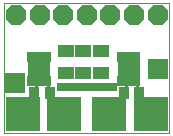
<source format=gts>
G75*
%MOIN*%
%OFA0B0*%
%FSLAX25Y25*%
%IPPOS*%
%LPD*%
%AMOC8*
5,1,8,0,0,1.08239X$1,22.5*
%
%ADD10C,0.00000*%
%ADD11C,0.01000*%
%ADD12R,0.20079X0.03150*%
%ADD13R,0.01900X0.03600*%
%ADD14R,0.07500X0.04700*%
%ADD15R,0.11430X0.11430*%
%ADD16C,0.01981*%
%ADD17R,0.03556X0.04343*%
%ADD18R,0.06706X0.06706*%
%ADD19R,0.05524X0.03950*%
%ADD20OC8,0.06706*%
D10*
X0056586Y0044415D02*
X0056586Y0087722D01*
X0111704Y0087722D01*
X0111704Y0044415D01*
X0056586Y0044415D01*
X0058593Y0047013D02*
X0058595Y0047061D01*
X0058601Y0047109D01*
X0058611Y0047156D01*
X0058624Y0047202D01*
X0058642Y0047247D01*
X0058662Y0047291D01*
X0058687Y0047333D01*
X0058715Y0047372D01*
X0058745Y0047409D01*
X0058779Y0047443D01*
X0058816Y0047475D01*
X0058854Y0047504D01*
X0058895Y0047529D01*
X0058938Y0047551D01*
X0058983Y0047569D01*
X0059029Y0047583D01*
X0059076Y0047594D01*
X0059124Y0047601D01*
X0059172Y0047604D01*
X0059220Y0047603D01*
X0059268Y0047598D01*
X0059316Y0047589D01*
X0059362Y0047577D01*
X0059407Y0047560D01*
X0059451Y0047540D01*
X0059493Y0047517D01*
X0059533Y0047490D01*
X0059571Y0047460D01*
X0059606Y0047427D01*
X0059638Y0047391D01*
X0059668Y0047353D01*
X0059694Y0047312D01*
X0059716Y0047269D01*
X0059736Y0047225D01*
X0059751Y0047180D01*
X0059763Y0047133D01*
X0059771Y0047085D01*
X0059775Y0047037D01*
X0059775Y0046989D01*
X0059771Y0046941D01*
X0059763Y0046893D01*
X0059751Y0046846D01*
X0059736Y0046801D01*
X0059716Y0046757D01*
X0059694Y0046714D01*
X0059668Y0046673D01*
X0059638Y0046635D01*
X0059606Y0046599D01*
X0059571Y0046566D01*
X0059533Y0046536D01*
X0059493Y0046509D01*
X0059451Y0046486D01*
X0059407Y0046466D01*
X0059362Y0046449D01*
X0059316Y0046437D01*
X0059268Y0046428D01*
X0059220Y0046423D01*
X0059172Y0046422D01*
X0059124Y0046425D01*
X0059076Y0046432D01*
X0059029Y0046443D01*
X0058983Y0046457D01*
X0058938Y0046475D01*
X0058895Y0046497D01*
X0058854Y0046522D01*
X0058816Y0046551D01*
X0058779Y0046583D01*
X0058745Y0046617D01*
X0058715Y0046654D01*
X0058687Y0046693D01*
X0058662Y0046735D01*
X0058642Y0046779D01*
X0058624Y0046824D01*
X0058611Y0046870D01*
X0058601Y0046917D01*
X0058595Y0046965D01*
X0058593Y0047013D01*
X0058593Y0054415D02*
X0058595Y0054463D01*
X0058601Y0054511D01*
X0058611Y0054558D01*
X0058624Y0054604D01*
X0058642Y0054649D01*
X0058662Y0054693D01*
X0058687Y0054735D01*
X0058715Y0054774D01*
X0058745Y0054811D01*
X0058779Y0054845D01*
X0058816Y0054877D01*
X0058854Y0054906D01*
X0058895Y0054931D01*
X0058938Y0054953D01*
X0058983Y0054971D01*
X0059029Y0054985D01*
X0059076Y0054996D01*
X0059124Y0055003D01*
X0059172Y0055006D01*
X0059220Y0055005D01*
X0059268Y0055000D01*
X0059316Y0054991D01*
X0059362Y0054979D01*
X0059407Y0054962D01*
X0059451Y0054942D01*
X0059493Y0054919D01*
X0059533Y0054892D01*
X0059571Y0054862D01*
X0059606Y0054829D01*
X0059638Y0054793D01*
X0059668Y0054755D01*
X0059694Y0054714D01*
X0059716Y0054671D01*
X0059736Y0054627D01*
X0059751Y0054582D01*
X0059763Y0054535D01*
X0059771Y0054487D01*
X0059775Y0054439D01*
X0059775Y0054391D01*
X0059771Y0054343D01*
X0059763Y0054295D01*
X0059751Y0054248D01*
X0059736Y0054203D01*
X0059716Y0054159D01*
X0059694Y0054116D01*
X0059668Y0054075D01*
X0059638Y0054037D01*
X0059606Y0054001D01*
X0059571Y0053968D01*
X0059533Y0053938D01*
X0059493Y0053911D01*
X0059451Y0053888D01*
X0059407Y0053868D01*
X0059362Y0053851D01*
X0059316Y0053839D01*
X0059268Y0053830D01*
X0059220Y0053825D01*
X0059172Y0053824D01*
X0059124Y0053827D01*
X0059076Y0053834D01*
X0059029Y0053845D01*
X0058983Y0053859D01*
X0058938Y0053877D01*
X0058895Y0053899D01*
X0058854Y0053924D01*
X0058816Y0053953D01*
X0058779Y0053985D01*
X0058745Y0054019D01*
X0058715Y0054056D01*
X0058687Y0054095D01*
X0058662Y0054137D01*
X0058642Y0054181D01*
X0058624Y0054226D01*
X0058611Y0054272D01*
X0058601Y0054319D01*
X0058595Y0054367D01*
X0058593Y0054415D01*
X0065995Y0054415D02*
X0065997Y0054463D01*
X0066003Y0054511D01*
X0066013Y0054558D01*
X0066026Y0054604D01*
X0066044Y0054649D01*
X0066064Y0054693D01*
X0066089Y0054735D01*
X0066117Y0054774D01*
X0066147Y0054811D01*
X0066181Y0054845D01*
X0066218Y0054877D01*
X0066256Y0054906D01*
X0066297Y0054931D01*
X0066340Y0054953D01*
X0066385Y0054971D01*
X0066431Y0054985D01*
X0066478Y0054996D01*
X0066526Y0055003D01*
X0066574Y0055006D01*
X0066622Y0055005D01*
X0066670Y0055000D01*
X0066718Y0054991D01*
X0066764Y0054979D01*
X0066809Y0054962D01*
X0066853Y0054942D01*
X0066895Y0054919D01*
X0066935Y0054892D01*
X0066973Y0054862D01*
X0067008Y0054829D01*
X0067040Y0054793D01*
X0067070Y0054755D01*
X0067096Y0054714D01*
X0067118Y0054671D01*
X0067138Y0054627D01*
X0067153Y0054582D01*
X0067165Y0054535D01*
X0067173Y0054487D01*
X0067177Y0054439D01*
X0067177Y0054391D01*
X0067173Y0054343D01*
X0067165Y0054295D01*
X0067153Y0054248D01*
X0067138Y0054203D01*
X0067118Y0054159D01*
X0067096Y0054116D01*
X0067070Y0054075D01*
X0067040Y0054037D01*
X0067008Y0054001D01*
X0066973Y0053968D01*
X0066935Y0053938D01*
X0066895Y0053911D01*
X0066853Y0053888D01*
X0066809Y0053868D01*
X0066764Y0053851D01*
X0066718Y0053839D01*
X0066670Y0053830D01*
X0066622Y0053825D01*
X0066574Y0053824D01*
X0066526Y0053827D01*
X0066478Y0053834D01*
X0066431Y0053845D01*
X0066385Y0053859D01*
X0066340Y0053877D01*
X0066297Y0053899D01*
X0066256Y0053924D01*
X0066218Y0053953D01*
X0066181Y0053985D01*
X0066147Y0054019D01*
X0066117Y0054056D01*
X0066089Y0054095D01*
X0066064Y0054137D01*
X0066044Y0054181D01*
X0066026Y0054226D01*
X0066013Y0054272D01*
X0066003Y0054319D01*
X0065997Y0054367D01*
X0065995Y0054415D01*
X0072373Y0054415D02*
X0072375Y0054463D01*
X0072381Y0054511D01*
X0072391Y0054558D01*
X0072404Y0054604D01*
X0072422Y0054649D01*
X0072442Y0054693D01*
X0072467Y0054735D01*
X0072495Y0054774D01*
X0072525Y0054811D01*
X0072559Y0054845D01*
X0072596Y0054877D01*
X0072634Y0054906D01*
X0072675Y0054931D01*
X0072718Y0054953D01*
X0072763Y0054971D01*
X0072809Y0054985D01*
X0072856Y0054996D01*
X0072904Y0055003D01*
X0072952Y0055006D01*
X0073000Y0055005D01*
X0073048Y0055000D01*
X0073096Y0054991D01*
X0073142Y0054979D01*
X0073187Y0054962D01*
X0073231Y0054942D01*
X0073273Y0054919D01*
X0073313Y0054892D01*
X0073351Y0054862D01*
X0073386Y0054829D01*
X0073418Y0054793D01*
X0073448Y0054755D01*
X0073474Y0054714D01*
X0073496Y0054671D01*
X0073516Y0054627D01*
X0073531Y0054582D01*
X0073543Y0054535D01*
X0073551Y0054487D01*
X0073555Y0054439D01*
X0073555Y0054391D01*
X0073551Y0054343D01*
X0073543Y0054295D01*
X0073531Y0054248D01*
X0073516Y0054203D01*
X0073496Y0054159D01*
X0073474Y0054116D01*
X0073448Y0054075D01*
X0073418Y0054037D01*
X0073386Y0054001D01*
X0073351Y0053968D01*
X0073313Y0053938D01*
X0073273Y0053911D01*
X0073231Y0053888D01*
X0073187Y0053868D01*
X0073142Y0053851D01*
X0073096Y0053839D01*
X0073048Y0053830D01*
X0073000Y0053825D01*
X0072952Y0053824D01*
X0072904Y0053827D01*
X0072856Y0053834D01*
X0072809Y0053845D01*
X0072763Y0053859D01*
X0072718Y0053877D01*
X0072675Y0053899D01*
X0072634Y0053924D01*
X0072596Y0053953D01*
X0072559Y0053985D01*
X0072525Y0054019D01*
X0072495Y0054056D01*
X0072467Y0054095D01*
X0072442Y0054137D01*
X0072422Y0054181D01*
X0072404Y0054226D01*
X0072391Y0054272D01*
X0072381Y0054319D01*
X0072375Y0054367D01*
X0072373Y0054415D01*
X0072373Y0047013D02*
X0072375Y0047061D01*
X0072381Y0047109D01*
X0072391Y0047156D01*
X0072404Y0047202D01*
X0072422Y0047247D01*
X0072442Y0047291D01*
X0072467Y0047333D01*
X0072495Y0047372D01*
X0072525Y0047409D01*
X0072559Y0047443D01*
X0072596Y0047475D01*
X0072634Y0047504D01*
X0072675Y0047529D01*
X0072718Y0047551D01*
X0072763Y0047569D01*
X0072809Y0047583D01*
X0072856Y0047594D01*
X0072904Y0047601D01*
X0072952Y0047604D01*
X0073000Y0047603D01*
X0073048Y0047598D01*
X0073096Y0047589D01*
X0073142Y0047577D01*
X0073187Y0047560D01*
X0073231Y0047540D01*
X0073273Y0047517D01*
X0073313Y0047490D01*
X0073351Y0047460D01*
X0073386Y0047427D01*
X0073418Y0047391D01*
X0073448Y0047353D01*
X0073474Y0047312D01*
X0073496Y0047269D01*
X0073516Y0047225D01*
X0073531Y0047180D01*
X0073543Y0047133D01*
X0073551Y0047085D01*
X0073555Y0047037D01*
X0073555Y0046989D01*
X0073551Y0046941D01*
X0073543Y0046893D01*
X0073531Y0046846D01*
X0073516Y0046801D01*
X0073496Y0046757D01*
X0073474Y0046714D01*
X0073448Y0046673D01*
X0073418Y0046635D01*
X0073386Y0046599D01*
X0073351Y0046566D01*
X0073313Y0046536D01*
X0073273Y0046509D01*
X0073231Y0046486D01*
X0073187Y0046466D01*
X0073142Y0046449D01*
X0073096Y0046437D01*
X0073048Y0046428D01*
X0073000Y0046423D01*
X0072952Y0046422D01*
X0072904Y0046425D01*
X0072856Y0046432D01*
X0072809Y0046443D01*
X0072763Y0046457D01*
X0072718Y0046475D01*
X0072675Y0046497D01*
X0072634Y0046522D01*
X0072596Y0046551D01*
X0072559Y0046583D01*
X0072525Y0046617D01*
X0072495Y0046654D01*
X0072467Y0046693D01*
X0072442Y0046735D01*
X0072422Y0046779D01*
X0072404Y0046824D01*
X0072391Y0046870D01*
X0072381Y0046917D01*
X0072375Y0046965D01*
X0072373Y0047013D01*
X0065995Y0047013D02*
X0065997Y0047061D01*
X0066003Y0047109D01*
X0066013Y0047156D01*
X0066026Y0047202D01*
X0066044Y0047247D01*
X0066064Y0047291D01*
X0066089Y0047333D01*
X0066117Y0047372D01*
X0066147Y0047409D01*
X0066181Y0047443D01*
X0066218Y0047475D01*
X0066256Y0047504D01*
X0066297Y0047529D01*
X0066340Y0047551D01*
X0066385Y0047569D01*
X0066431Y0047583D01*
X0066478Y0047594D01*
X0066526Y0047601D01*
X0066574Y0047604D01*
X0066622Y0047603D01*
X0066670Y0047598D01*
X0066718Y0047589D01*
X0066764Y0047577D01*
X0066809Y0047560D01*
X0066853Y0047540D01*
X0066895Y0047517D01*
X0066935Y0047490D01*
X0066973Y0047460D01*
X0067008Y0047427D01*
X0067040Y0047391D01*
X0067070Y0047353D01*
X0067096Y0047312D01*
X0067118Y0047269D01*
X0067138Y0047225D01*
X0067153Y0047180D01*
X0067165Y0047133D01*
X0067173Y0047085D01*
X0067177Y0047037D01*
X0067177Y0046989D01*
X0067173Y0046941D01*
X0067165Y0046893D01*
X0067153Y0046846D01*
X0067138Y0046801D01*
X0067118Y0046757D01*
X0067096Y0046714D01*
X0067070Y0046673D01*
X0067040Y0046635D01*
X0067008Y0046599D01*
X0066973Y0046566D01*
X0066935Y0046536D01*
X0066895Y0046509D01*
X0066853Y0046486D01*
X0066809Y0046466D01*
X0066764Y0046449D01*
X0066718Y0046437D01*
X0066670Y0046428D01*
X0066622Y0046423D01*
X0066574Y0046422D01*
X0066526Y0046425D01*
X0066478Y0046432D01*
X0066431Y0046443D01*
X0066385Y0046457D01*
X0066340Y0046475D01*
X0066297Y0046497D01*
X0066256Y0046522D01*
X0066218Y0046551D01*
X0066181Y0046583D01*
X0066147Y0046617D01*
X0066117Y0046654D01*
X0066089Y0046693D01*
X0066064Y0046735D01*
X0066044Y0046779D01*
X0066026Y0046824D01*
X0066013Y0046870D01*
X0066003Y0046917D01*
X0065997Y0046965D01*
X0065995Y0047013D01*
X0079774Y0047013D02*
X0079776Y0047061D01*
X0079782Y0047109D01*
X0079792Y0047156D01*
X0079805Y0047202D01*
X0079823Y0047247D01*
X0079843Y0047291D01*
X0079868Y0047333D01*
X0079896Y0047372D01*
X0079926Y0047409D01*
X0079960Y0047443D01*
X0079997Y0047475D01*
X0080035Y0047504D01*
X0080076Y0047529D01*
X0080119Y0047551D01*
X0080164Y0047569D01*
X0080210Y0047583D01*
X0080257Y0047594D01*
X0080305Y0047601D01*
X0080353Y0047604D01*
X0080401Y0047603D01*
X0080449Y0047598D01*
X0080497Y0047589D01*
X0080543Y0047577D01*
X0080588Y0047560D01*
X0080632Y0047540D01*
X0080674Y0047517D01*
X0080714Y0047490D01*
X0080752Y0047460D01*
X0080787Y0047427D01*
X0080819Y0047391D01*
X0080849Y0047353D01*
X0080875Y0047312D01*
X0080897Y0047269D01*
X0080917Y0047225D01*
X0080932Y0047180D01*
X0080944Y0047133D01*
X0080952Y0047085D01*
X0080956Y0047037D01*
X0080956Y0046989D01*
X0080952Y0046941D01*
X0080944Y0046893D01*
X0080932Y0046846D01*
X0080917Y0046801D01*
X0080897Y0046757D01*
X0080875Y0046714D01*
X0080849Y0046673D01*
X0080819Y0046635D01*
X0080787Y0046599D01*
X0080752Y0046566D01*
X0080714Y0046536D01*
X0080674Y0046509D01*
X0080632Y0046486D01*
X0080588Y0046466D01*
X0080543Y0046449D01*
X0080497Y0046437D01*
X0080449Y0046428D01*
X0080401Y0046423D01*
X0080353Y0046422D01*
X0080305Y0046425D01*
X0080257Y0046432D01*
X0080210Y0046443D01*
X0080164Y0046457D01*
X0080119Y0046475D01*
X0080076Y0046497D01*
X0080035Y0046522D01*
X0079997Y0046551D01*
X0079960Y0046583D01*
X0079926Y0046617D01*
X0079896Y0046654D01*
X0079868Y0046693D01*
X0079843Y0046735D01*
X0079823Y0046779D01*
X0079805Y0046824D01*
X0079792Y0046870D01*
X0079782Y0046917D01*
X0079776Y0046965D01*
X0079774Y0047013D01*
X0079774Y0054415D02*
X0079776Y0054463D01*
X0079782Y0054511D01*
X0079792Y0054558D01*
X0079805Y0054604D01*
X0079823Y0054649D01*
X0079843Y0054693D01*
X0079868Y0054735D01*
X0079896Y0054774D01*
X0079926Y0054811D01*
X0079960Y0054845D01*
X0079997Y0054877D01*
X0080035Y0054906D01*
X0080076Y0054931D01*
X0080119Y0054953D01*
X0080164Y0054971D01*
X0080210Y0054985D01*
X0080257Y0054996D01*
X0080305Y0055003D01*
X0080353Y0055006D01*
X0080401Y0055005D01*
X0080449Y0055000D01*
X0080497Y0054991D01*
X0080543Y0054979D01*
X0080588Y0054962D01*
X0080632Y0054942D01*
X0080674Y0054919D01*
X0080714Y0054892D01*
X0080752Y0054862D01*
X0080787Y0054829D01*
X0080819Y0054793D01*
X0080849Y0054755D01*
X0080875Y0054714D01*
X0080897Y0054671D01*
X0080917Y0054627D01*
X0080932Y0054582D01*
X0080944Y0054535D01*
X0080952Y0054487D01*
X0080956Y0054439D01*
X0080956Y0054391D01*
X0080952Y0054343D01*
X0080944Y0054295D01*
X0080932Y0054248D01*
X0080917Y0054203D01*
X0080897Y0054159D01*
X0080875Y0054116D01*
X0080849Y0054075D01*
X0080819Y0054037D01*
X0080787Y0054001D01*
X0080752Y0053968D01*
X0080714Y0053938D01*
X0080674Y0053911D01*
X0080632Y0053888D01*
X0080588Y0053868D01*
X0080543Y0053851D01*
X0080497Y0053839D01*
X0080449Y0053830D01*
X0080401Y0053825D01*
X0080353Y0053824D01*
X0080305Y0053827D01*
X0080257Y0053834D01*
X0080210Y0053845D01*
X0080164Y0053859D01*
X0080119Y0053877D01*
X0080076Y0053899D01*
X0080035Y0053924D01*
X0079997Y0053953D01*
X0079960Y0053985D01*
X0079926Y0054019D01*
X0079896Y0054056D01*
X0079868Y0054095D01*
X0079843Y0054137D01*
X0079823Y0054181D01*
X0079805Y0054226D01*
X0079792Y0054272D01*
X0079782Y0054319D01*
X0079776Y0054367D01*
X0079774Y0054415D01*
X0087333Y0054415D02*
X0087335Y0054463D01*
X0087341Y0054511D01*
X0087351Y0054558D01*
X0087364Y0054604D01*
X0087382Y0054649D01*
X0087402Y0054693D01*
X0087427Y0054735D01*
X0087455Y0054774D01*
X0087485Y0054811D01*
X0087519Y0054845D01*
X0087556Y0054877D01*
X0087594Y0054906D01*
X0087635Y0054931D01*
X0087678Y0054953D01*
X0087723Y0054971D01*
X0087769Y0054985D01*
X0087816Y0054996D01*
X0087864Y0055003D01*
X0087912Y0055006D01*
X0087960Y0055005D01*
X0088008Y0055000D01*
X0088056Y0054991D01*
X0088102Y0054979D01*
X0088147Y0054962D01*
X0088191Y0054942D01*
X0088233Y0054919D01*
X0088273Y0054892D01*
X0088311Y0054862D01*
X0088346Y0054829D01*
X0088378Y0054793D01*
X0088408Y0054755D01*
X0088434Y0054714D01*
X0088456Y0054671D01*
X0088476Y0054627D01*
X0088491Y0054582D01*
X0088503Y0054535D01*
X0088511Y0054487D01*
X0088515Y0054439D01*
X0088515Y0054391D01*
X0088511Y0054343D01*
X0088503Y0054295D01*
X0088491Y0054248D01*
X0088476Y0054203D01*
X0088456Y0054159D01*
X0088434Y0054116D01*
X0088408Y0054075D01*
X0088378Y0054037D01*
X0088346Y0054001D01*
X0088311Y0053968D01*
X0088273Y0053938D01*
X0088233Y0053911D01*
X0088191Y0053888D01*
X0088147Y0053868D01*
X0088102Y0053851D01*
X0088056Y0053839D01*
X0088008Y0053830D01*
X0087960Y0053825D01*
X0087912Y0053824D01*
X0087864Y0053827D01*
X0087816Y0053834D01*
X0087769Y0053845D01*
X0087723Y0053859D01*
X0087678Y0053877D01*
X0087635Y0053899D01*
X0087594Y0053924D01*
X0087556Y0053953D01*
X0087519Y0053985D01*
X0087485Y0054019D01*
X0087455Y0054056D01*
X0087427Y0054095D01*
X0087402Y0054137D01*
X0087382Y0054181D01*
X0087364Y0054226D01*
X0087351Y0054272D01*
X0087341Y0054319D01*
X0087335Y0054367D01*
X0087333Y0054415D01*
X0087333Y0047013D02*
X0087335Y0047061D01*
X0087341Y0047109D01*
X0087351Y0047156D01*
X0087364Y0047202D01*
X0087382Y0047247D01*
X0087402Y0047291D01*
X0087427Y0047333D01*
X0087455Y0047372D01*
X0087485Y0047409D01*
X0087519Y0047443D01*
X0087556Y0047475D01*
X0087594Y0047504D01*
X0087635Y0047529D01*
X0087678Y0047551D01*
X0087723Y0047569D01*
X0087769Y0047583D01*
X0087816Y0047594D01*
X0087864Y0047601D01*
X0087912Y0047604D01*
X0087960Y0047603D01*
X0088008Y0047598D01*
X0088056Y0047589D01*
X0088102Y0047577D01*
X0088147Y0047560D01*
X0088191Y0047540D01*
X0088233Y0047517D01*
X0088273Y0047490D01*
X0088311Y0047460D01*
X0088346Y0047427D01*
X0088378Y0047391D01*
X0088408Y0047353D01*
X0088434Y0047312D01*
X0088456Y0047269D01*
X0088476Y0047225D01*
X0088491Y0047180D01*
X0088503Y0047133D01*
X0088511Y0047085D01*
X0088515Y0047037D01*
X0088515Y0046989D01*
X0088511Y0046941D01*
X0088503Y0046893D01*
X0088491Y0046846D01*
X0088476Y0046801D01*
X0088456Y0046757D01*
X0088434Y0046714D01*
X0088408Y0046673D01*
X0088378Y0046635D01*
X0088346Y0046599D01*
X0088311Y0046566D01*
X0088273Y0046536D01*
X0088233Y0046509D01*
X0088191Y0046486D01*
X0088147Y0046466D01*
X0088102Y0046449D01*
X0088056Y0046437D01*
X0088008Y0046428D01*
X0087960Y0046423D01*
X0087912Y0046422D01*
X0087864Y0046425D01*
X0087816Y0046432D01*
X0087769Y0046443D01*
X0087723Y0046457D01*
X0087678Y0046475D01*
X0087635Y0046497D01*
X0087594Y0046522D01*
X0087556Y0046551D01*
X0087519Y0046583D01*
X0087485Y0046617D01*
X0087455Y0046654D01*
X0087427Y0046693D01*
X0087402Y0046735D01*
X0087382Y0046779D01*
X0087364Y0046824D01*
X0087351Y0046870D01*
X0087341Y0046917D01*
X0087335Y0046965D01*
X0087333Y0047013D01*
X0094735Y0047013D02*
X0094737Y0047061D01*
X0094743Y0047109D01*
X0094753Y0047156D01*
X0094766Y0047202D01*
X0094784Y0047247D01*
X0094804Y0047291D01*
X0094829Y0047333D01*
X0094857Y0047372D01*
X0094887Y0047409D01*
X0094921Y0047443D01*
X0094958Y0047475D01*
X0094996Y0047504D01*
X0095037Y0047529D01*
X0095080Y0047551D01*
X0095125Y0047569D01*
X0095171Y0047583D01*
X0095218Y0047594D01*
X0095266Y0047601D01*
X0095314Y0047604D01*
X0095362Y0047603D01*
X0095410Y0047598D01*
X0095458Y0047589D01*
X0095504Y0047577D01*
X0095549Y0047560D01*
X0095593Y0047540D01*
X0095635Y0047517D01*
X0095675Y0047490D01*
X0095713Y0047460D01*
X0095748Y0047427D01*
X0095780Y0047391D01*
X0095810Y0047353D01*
X0095836Y0047312D01*
X0095858Y0047269D01*
X0095878Y0047225D01*
X0095893Y0047180D01*
X0095905Y0047133D01*
X0095913Y0047085D01*
X0095917Y0047037D01*
X0095917Y0046989D01*
X0095913Y0046941D01*
X0095905Y0046893D01*
X0095893Y0046846D01*
X0095878Y0046801D01*
X0095858Y0046757D01*
X0095836Y0046714D01*
X0095810Y0046673D01*
X0095780Y0046635D01*
X0095748Y0046599D01*
X0095713Y0046566D01*
X0095675Y0046536D01*
X0095635Y0046509D01*
X0095593Y0046486D01*
X0095549Y0046466D01*
X0095504Y0046449D01*
X0095458Y0046437D01*
X0095410Y0046428D01*
X0095362Y0046423D01*
X0095314Y0046422D01*
X0095266Y0046425D01*
X0095218Y0046432D01*
X0095171Y0046443D01*
X0095125Y0046457D01*
X0095080Y0046475D01*
X0095037Y0046497D01*
X0094996Y0046522D01*
X0094958Y0046551D01*
X0094921Y0046583D01*
X0094887Y0046617D01*
X0094857Y0046654D01*
X0094829Y0046693D01*
X0094804Y0046735D01*
X0094784Y0046779D01*
X0094766Y0046824D01*
X0094753Y0046870D01*
X0094743Y0046917D01*
X0094737Y0046965D01*
X0094735Y0047013D01*
X0101113Y0047013D02*
X0101115Y0047061D01*
X0101121Y0047109D01*
X0101131Y0047156D01*
X0101144Y0047202D01*
X0101162Y0047247D01*
X0101182Y0047291D01*
X0101207Y0047333D01*
X0101235Y0047372D01*
X0101265Y0047409D01*
X0101299Y0047443D01*
X0101336Y0047475D01*
X0101374Y0047504D01*
X0101415Y0047529D01*
X0101458Y0047551D01*
X0101503Y0047569D01*
X0101549Y0047583D01*
X0101596Y0047594D01*
X0101644Y0047601D01*
X0101692Y0047604D01*
X0101740Y0047603D01*
X0101788Y0047598D01*
X0101836Y0047589D01*
X0101882Y0047577D01*
X0101927Y0047560D01*
X0101971Y0047540D01*
X0102013Y0047517D01*
X0102053Y0047490D01*
X0102091Y0047460D01*
X0102126Y0047427D01*
X0102158Y0047391D01*
X0102188Y0047353D01*
X0102214Y0047312D01*
X0102236Y0047269D01*
X0102256Y0047225D01*
X0102271Y0047180D01*
X0102283Y0047133D01*
X0102291Y0047085D01*
X0102295Y0047037D01*
X0102295Y0046989D01*
X0102291Y0046941D01*
X0102283Y0046893D01*
X0102271Y0046846D01*
X0102256Y0046801D01*
X0102236Y0046757D01*
X0102214Y0046714D01*
X0102188Y0046673D01*
X0102158Y0046635D01*
X0102126Y0046599D01*
X0102091Y0046566D01*
X0102053Y0046536D01*
X0102013Y0046509D01*
X0101971Y0046486D01*
X0101927Y0046466D01*
X0101882Y0046449D01*
X0101836Y0046437D01*
X0101788Y0046428D01*
X0101740Y0046423D01*
X0101692Y0046422D01*
X0101644Y0046425D01*
X0101596Y0046432D01*
X0101549Y0046443D01*
X0101503Y0046457D01*
X0101458Y0046475D01*
X0101415Y0046497D01*
X0101374Y0046522D01*
X0101336Y0046551D01*
X0101299Y0046583D01*
X0101265Y0046617D01*
X0101235Y0046654D01*
X0101207Y0046693D01*
X0101182Y0046735D01*
X0101162Y0046779D01*
X0101144Y0046824D01*
X0101131Y0046870D01*
X0101121Y0046917D01*
X0101115Y0046965D01*
X0101113Y0047013D01*
X0101113Y0054415D02*
X0101115Y0054463D01*
X0101121Y0054511D01*
X0101131Y0054558D01*
X0101144Y0054604D01*
X0101162Y0054649D01*
X0101182Y0054693D01*
X0101207Y0054735D01*
X0101235Y0054774D01*
X0101265Y0054811D01*
X0101299Y0054845D01*
X0101336Y0054877D01*
X0101374Y0054906D01*
X0101415Y0054931D01*
X0101458Y0054953D01*
X0101503Y0054971D01*
X0101549Y0054985D01*
X0101596Y0054996D01*
X0101644Y0055003D01*
X0101692Y0055006D01*
X0101740Y0055005D01*
X0101788Y0055000D01*
X0101836Y0054991D01*
X0101882Y0054979D01*
X0101927Y0054962D01*
X0101971Y0054942D01*
X0102013Y0054919D01*
X0102053Y0054892D01*
X0102091Y0054862D01*
X0102126Y0054829D01*
X0102158Y0054793D01*
X0102188Y0054755D01*
X0102214Y0054714D01*
X0102236Y0054671D01*
X0102256Y0054627D01*
X0102271Y0054582D01*
X0102283Y0054535D01*
X0102291Y0054487D01*
X0102295Y0054439D01*
X0102295Y0054391D01*
X0102291Y0054343D01*
X0102283Y0054295D01*
X0102271Y0054248D01*
X0102256Y0054203D01*
X0102236Y0054159D01*
X0102214Y0054116D01*
X0102188Y0054075D01*
X0102158Y0054037D01*
X0102126Y0054001D01*
X0102091Y0053968D01*
X0102053Y0053938D01*
X0102013Y0053911D01*
X0101971Y0053888D01*
X0101927Y0053868D01*
X0101882Y0053851D01*
X0101836Y0053839D01*
X0101788Y0053830D01*
X0101740Y0053825D01*
X0101692Y0053824D01*
X0101644Y0053827D01*
X0101596Y0053834D01*
X0101549Y0053845D01*
X0101503Y0053859D01*
X0101458Y0053877D01*
X0101415Y0053899D01*
X0101374Y0053924D01*
X0101336Y0053953D01*
X0101299Y0053985D01*
X0101265Y0054019D01*
X0101235Y0054056D01*
X0101207Y0054095D01*
X0101182Y0054137D01*
X0101162Y0054181D01*
X0101144Y0054226D01*
X0101131Y0054272D01*
X0101121Y0054319D01*
X0101115Y0054367D01*
X0101113Y0054415D01*
X0094735Y0054415D02*
X0094737Y0054463D01*
X0094743Y0054511D01*
X0094753Y0054558D01*
X0094766Y0054604D01*
X0094784Y0054649D01*
X0094804Y0054693D01*
X0094829Y0054735D01*
X0094857Y0054774D01*
X0094887Y0054811D01*
X0094921Y0054845D01*
X0094958Y0054877D01*
X0094996Y0054906D01*
X0095037Y0054931D01*
X0095080Y0054953D01*
X0095125Y0054971D01*
X0095171Y0054985D01*
X0095218Y0054996D01*
X0095266Y0055003D01*
X0095314Y0055006D01*
X0095362Y0055005D01*
X0095410Y0055000D01*
X0095458Y0054991D01*
X0095504Y0054979D01*
X0095549Y0054962D01*
X0095593Y0054942D01*
X0095635Y0054919D01*
X0095675Y0054892D01*
X0095713Y0054862D01*
X0095748Y0054829D01*
X0095780Y0054793D01*
X0095810Y0054755D01*
X0095836Y0054714D01*
X0095858Y0054671D01*
X0095878Y0054627D01*
X0095893Y0054582D01*
X0095905Y0054535D01*
X0095913Y0054487D01*
X0095917Y0054439D01*
X0095917Y0054391D01*
X0095913Y0054343D01*
X0095905Y0054295D01*
X0095893Y0054248D01*
X0095878Y0054203D01*
X0095858Y0054159D01*
X0095836Y0054116D01*
X0095810Y0054075D01*
X0095780Y0054037D01*
X0095748Y0054001D01*
X0095713Y0053968D01*
X0095675Y0053938D01*
X0095635Y0053911D01*
X0095593Y0053888D01*
X0095549Y0053868D01*
X0095504Y0053851D01*
X0095458Y0053839D01*
X0095410Y0053830D01*
X0095362Y0053825D01*
X0095314Y0053824D01*
X0095266Y0053827D01*
X0095218Y0053834D01*
X0095171Y0053845D01*
X0095125Y0053859D01*
X0095080Y0053877D01*
X0095037Y0053899D01*
X0094996Y0053924D01*
X0094958Y0053953D01*
X0094921Y0053985D01*
X0094887Y0054019D01*
X0094857Y0054056D01*
X0094829Y0054095D01*
X0094804Y0054137D01*
X0094784Y0054181D01*
X0094766Y0054226D01*
X0094753Y0054272D01*
X0094743Y0054319D01*
X0094737Y0054367D01*
X0094735Y0054415D01*
X0108515Y0054415D02*
X0108517Y0054463D01*
X0108523Y0054511D01*
X0108533Y0054558D01*
X0108546Y0054604D01*
X0108564Y0054649D01*
X0108584Y0054693D01*
X0108609Y0054735D01*
X0108637Y0054774D01*
X0108667Y0054811D01*
X0108701Y0054845D01*
X0108738Y0054877D01*
X0108776Y0054906D01*
X0108817Y0054931D01*
X0108860Y0054953D01*
X0108905Y0054971D01*
X0108951Y0054985D01*
X0108998Y0054996D01*
X0109046Y0055003D01*
X0109094Y0055006D01*
X0109142Y0055005D01*
X0109190Y0055000D01*
X0109238Y0054991D01*
X0109284Y0054979D01*
X0109329Y0054962D01*
X0109373Y0054942D01*
X0109415Y0054919D01*
X0109455Y0054892D01*
X0109493Y0054862D01*
X0109528Y0054829D01*
X0109560Y0054793D01*
X0109590Y0054755D01*
X0109616Y0054714D01*
X0109638Y0054671D01*
X0109658Y0054627D01*
X0109673Y0054582D01*
X0109685Y0054535D01*
X0109693Y0054487D01*
X0109697Y0054439D01*
X0109697Y0054391D01*
X0109693Y0054343D01*
X0109685Y0054295D01*
X0109673Y0054248D01*
X0109658Y0054203D01*
X0109638Y0054159D01*
X0109616Y0054116D01*
X0109590Y0054075D01*
X0109560Y0054037D01*
X0109528Y0054001D01*
X0109493Y0053968D01*
X0109455Y0053938D01*
X0109415Y0053911D01*
X0109373Y0053888D01*
X0109329Y0053868D01*
X0109284Y0053851D01*
X0109238Y0053839D01*
X0109190Y0053830D01*
X0109142Y0053825D01*
X0109094Y0053824D01*
X0109046Y0053827D01*
X0108998Y0053834D01*
X0108951Y0053845D01*
X0108905Y0053859D01*
X0108860Y0053877D01*
X0108817Y0053899D01*
X0108776Y0053924D01*
X0108738Y0053953D01*
X0108701Y0053985D01*
X0108667Y0054019D01*
X0108637Y0054056D01*
X0108609Y0054095D01*
X0108584Y0054137D01*
X0108564Y0054181D01*
X0108546Y0054226D01*
X0108533Y0054272D01*
X0108523Y0054319D01*
X0108517Y0054367D01*
X0108515Y0054415D01*
X0108515Y0047013D02*
X0108517Y0047061D01*
X0108523Y0047109D01*
X0108533Y0047156D01*
X0108546Y0047202D01*
X0108564Y0047247D01*
X0108584Y0047291D01*
X0108609Y0047333D01*
X0108637Y0047372D01*
X0108667Y0047409D01*
X0108701Y0047443D01*
X0108738Y0047475D01*
X0108776Y0047504D01*
X0108817Y0047529D01*
X0108860Y0047551D01*
X0108905Y0047569D01*
X0108951Y0047583D01*
X0108998Y0047594D01*
X0109046Y0047601D01*
X0109094Y0047604D01*
X0109142Y0047603D01*
X0109190Y0047598D01*
X0109238Y0047589D01*
X0109284Y0047577D01*
X0109329Y0047560D01*
X0109373Y0047540D01*
X0109415Y0047517D01*
X0109455Y0047490D01*
X0109493Y0047460D01*
X0109528Y0047427D01*
X0109560Y0047391D01*
X0109590Y0047353D01*
X0109616Y0047312D01*
X0109638Y0047269D01*
X0109658Y0047225D01*
X0109673Y0047180D01*
X0109685Y0047133D01*
X0109693Y0047085D01*
X0109697Y0047037D01*
X0109697Y0046989D01*
X0109693Y0046941D01*
X0109685Y0046893D01*
X0109673Y0046846D01*
X0109658Y0046801D01*
X0109638Y0046757D01*
X0109616Y0046714D01*
X0109590Y0046673D01*
X0109560Y0046635D01*
X0109528Y0046599D01*
X0109493Y0046566D01*
X0109455Y0046536D01*
X0109415Y0046509D01*
X0109373Y0046486D01*
X0109329Y0046466D01*
X0109284Y0046449D01*
X0109238Y0046437D01*
X0109190Y0046428D01*
X0109142Y0046423D01*
X0109094Y0046422D01*
X0109046Y0046425D01*
X0108998Y0046432D01*
X0108951Y0046443D01*
X0108905Y0046457D01*
X0108860Y0046475D01*
X0108817Y0046497D01*
X0108776Y0046522D01*
X0108738Y0046551D01*
X0108701Y0046583D01*
X0108667Y0046617D01*
X0108637Y0046654D01*
X0108609Y0046693D01*
X0108584Y0046735D01*
X0108564Y0046779D01*
X0108546Y0046824D01*
X0108533Y0046870D01*
X0108523Y0046917D01*
X0108517Y0046965D01*
X0108515Y0047013D01*
D11*
X0101035Y0059139D02*
X0101035Y0060675D01*
X0097098Y0060635D02*
X0097098Y0059100D01*
X0071153Y0059139D02*
X0071153Y0060675D01*
X0067216Y0060675D02*
X0067216Y0059139D01*
D12*
X0084342Y0059769D03*
D13*
X0095128Y0061725D03*
X0097097Y0061725D03*
X0099066Y0061725D03*
X0101035Y0061725D03*
X0101035Y0069625D03*
X0099066Y0069625D03*
X0097097Y0069625D03*
X0095128Y0069625D03*
X0071153Y0069625D03*
X0069184Y0069625D03*
X0067216Y0069625D03*
X0065247Y0069625D03*
X0065247Y0061725D03*
X0067216Y0061725D03*
X0069184Y0061725D03*
X0071153Y0061725D03*
D14*
X0068200Y0065675D03*
X0098082Y0065675D03*
D15*
X0091625Y0050714D03*
X0105405Y0050714D03*
X0076665Y0050714D03*
X0062885Y0050714D03*
D16*
X0059184Y0047013D03*
X0066586Y0047013D03*
X0072964Y0047013D03*
X0080365Y0047013D03*
X0080365Y0054415D03*
X0072964Y0054415D03*
X0066586Y0054415D03*
X0059184Y0054415D03*
X0087924Y0054415D03*
X0095326Y0054415D03*
X0101704Y0054415D03*
X0109106Y0054415D03*
X0109106Y0047013D03*
X0101704Y0047013D03*
X0095326Y0047013D03*
X0087924Y0047013D03*
D17*
X0096546Y0057761D03*
X0101665Y0057761D03*
X0071743Y0057761D03*
X0066625Y0057761D03*
D18*
X0060365Y0060950D03*
X0107885Y0065517D03*
D19*
X0088869Y0064494D03*
X0082964Y0064494D03*
X0077058Y0064494D03*
X0077058Y0071580D03*
X0082964Y0071580D03*
X0088869Y0071580D03*
D20*
X0092019Y0083785D03*
X0099893Y0083785D03*
X0107767Y0083785D03*
X0084145Y0083785D03*
X0076271Y0083785D03*
X0068397Y0083785D03*
X0060523Y0083785D03*
M02*

</source>
